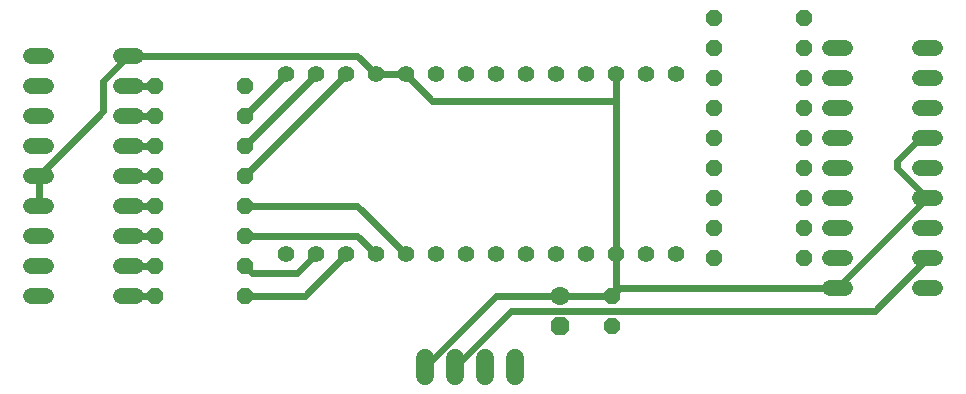
<source format=gbr>
G04 EAGLE Gerber RS-274X export*
G75*
%MOMM*%
%FSLAX34Y34*%
%LPD*%
%INTop Copper*%
%IPPOS*%
%AMOC8*
5,1,8,0,0,1.08239X$1,22.5*%
G01*
%ADD10C,1.320800*%
%ADD11C,1.508000*%
%ADD12P,1.429621X8X202.500000*%
%ADD13C,1.422400*%
%ADD14P,1.429621X8X22.500000*%
%ADD15C,1.600200*%
%ADD16P,1.732040X8X292.500000*%
%ADD17P,1.429621X8X292.500000*%
%ADD18C,0.609600*%
%ADD19C,0.152400*%


D10*
X813054Y117475D02*
X799846Y117475D01*
X799846Y142875D02*
X813054Y142875D01*
X813054Y168275D02*
X799846Y168275D01*
X799846Y193675D02*
X813054Y193675D01*
X813054Y219075D02*
X799846Y219075D01*
X799846Y244475D02*
X813054Y244475D01*
X813054Y269875D02*
X799846Y269875D01*
X799846Y295275D02*
X813054Y295275D01*
X813054Y320675D02*
X799846Y320675D01*
X736854Y320675D02*
X723646Y320675D01*
X723646Y295275D02*
X736854Y295275D01*
X736854Y269875D02*
X723646Y269875D01*
X723646Y244475D02*
X736854Y244475D01*
X736854Y219075D02*
X723646Y219075D01*
X723646Y193675D02*
X736854Y193675D01*
X736854Y168275D02*
X723646Y168275D01*
X723646Y142875D02*
X736854Y142875D01*
X736854Y117475D02*
X723646Y117475D01*
D11*
X381000Y58340D02*
X381000Y43260D01*
X406400Y43260D02*
X406400Y58340D01*
X431800Y58340D02*
X431800Y43260D01*
X457200Y43260D02*
X457200Y58340D01*
D12*
X228600Y238125D03*
X152400Y238125D03*
D13*
X593725Y146050D03*
X568325Y146050D03*
X542925Y146050D03*
X517525Y146050D03*
X492125Y146050D03*
X466725Y146050D03*
X441325Y146050D03*
X415925Y146050D03*
X390525Y146050D03*
X365125Y146050D03*
X339725Y146050D03*
X314325Y146050D03*
X288925Y146050D03*
X263525Y146050D03*
X263525Y298450D03*
X288925Y298450D03*
X314325Y298450D03*
X339725Y298450D03*
X365125Y298450D03*
X390525Y298450D03*
X415925Y298450D03*
X441325Y298450D03*
X466725Y298450D03*
X492125Y298450D03*
X517525Y298450D03*
X542925Y298450D03*
X568325Y298450D03*
X593725Y298450D03*
D12*
X228600Y263525D03*
X152400Y263525D03*
X228600Y136525D03*
X152400Y136525D03*
X228600Y161925D03*
X152400Y161925D03*
X228600Y187325D03*
X152400Y187325D03*
X228600Y212725D03*
X152400Y212725D03*
X228600Y111125D03*
X152400Y111125D03*
D10*
X60579Y314325D02*
X47371Y314325D01*
X47371Y288925D02*
X60579Y288925D01*
X60579Y263525D02*
X47371Y263525D01*
X47371Y238125D02*
X60579Y238125D01*
X60579Y212725D02*
X47371Y212725D01*
X47371Y187325D02*
X60579Y187325D01*
X60579Y161925D02*
X47371Y161925D01*
X47371Y136525D02*
X60579Y136525D01*
X60579Y111125D02*
X47371Y111125D01*
X123571Y111125D02*
X136779Y111125D01*
X136779Y136525D02*
X123571Y136525D01*
X123571Y161925D02*
X136779Y161925D01*
X136779Y187325D02*
X123571Y187325D01*
X123571Y212725D02*
X136779Y212725D01*
X136779Y238125D02*
X123571Y238125D01*
X123571Y263525D02*
X136779Y263525D01*
X136779Y288925D02*
X123571Y288925D01*
X123571Y314325D02*
X136779Y314325D01*
D14*
X625475Y320675D03*
X701675Y320675D03*
X625475Y346075D03*
X701675Y346075D03*
X625475Y193675D03*
X701675Y193675D03*
X625475Y168275D03*
X701675Y168275D03*
X625475Y142875D03*
X701675Y142875D03*
X625475Y244475D03*
X701675Y244475D03*
X625475Y219075D03*
X701675Y219075D03*
X152400Y288925D03*
X228600Y288925D03*
X625475Y269875D03*
X701675Y269875D03*
X625475Y295275D03*
X701675Y295275D03*
D15*
X495300Y111125D03*
D16*
X495300Y85725D03*
D17*
X539750Y111125D03*
X539750Y85725D03*
D18*
X387350Y276225D02*
X365125Y298450D01*
X339725Y298450D01*
X53975Y212725D02*
X53975Y187325D01*
X53975Y212725D02*
X108331Y267081D01*
X108331Y292607D01*
X781050Y219075D02*
X806450Y193675D01*
X781050Y219075D02*
X781050Y225425D01*
X800100Y244475D01*
X806450Y244475D01*
X339725Y298450D02*
X323850Y314325D01*
X542925Y146050D02*
X542925Y114300D01*
X542925Y276225D02*
X542925Y298450D01*
X542925Y276225D02*
X542925Y146050D01*
X542925Y276225D02*
X387350Y276225D01*
X441325Y111125D02*
X381000Y50800D01*
X441325Y111125D02*
X495300Y111125D01*
X539750Y111125D01*
X542925Y114300D01*
X546100Y117475D02*
X730250Y117475D01*
X546100Y117475D02*
X542925Y114300D01*
X730250Y117475D02*
X806450Y193675D01*
X130049Y314325D02*
X108331Y292607D01*
D19*
X130049Y314325D02*
X130175Y314325D01*
D18*
X323850Y314325D01*
X454025Y98425D02*
X406400Y50800D01*
X454025Y98425D02*
X762000Y98425D01*
X806450Y142875D01*
X288925Y298450D02*
X228600Y238125D01*
X228600Y263525D02*
X263525Y298450D01*
X228600Y136525D02*
X234950Y130175D01*
X273050Y130175D01*
X288925Y146050D01*
X323850Y161925D02*
X228600Y161925D01*
X323850Y161925D02*
X339725Y146050D01*
X323850Y187325D02*
X228600Y187325D01*
X323850Y187325D02*
X365125Y146050D01*
X228600Y212725D02*
X314325Y298450D01*
X269875Y111125D02*
X228600Y111125D01*
X269875Y111125D02*
X279400Y111125D01*
X314325Y146050D01*
X152400Y288925D02*
X130175Y288925D01*
X130175Y263525D02*
X152400Y263525D01*
X152400Y238125D02*
X130175Y238125D01*
X130175Y212725D02*
X152400Y212725D01*
X152400Y187325D02*
X130175Y187325D01*
X130175Y161925D02*
X152400Y161925D01*
X152400Y136525D02*
X130175Y136525D01*
X130175Y111125D02*
X152400Y111125D01*
M02*

</source>
